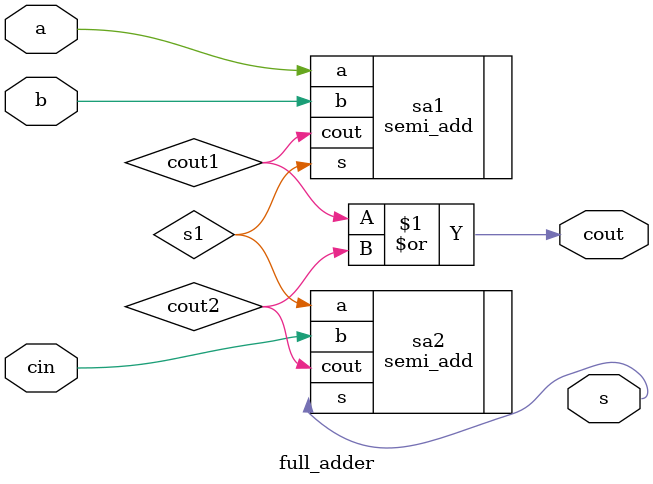
<source format=v>
`include "semi_add.v"

module full_adder(
    input  a, b, cin,
    output s, cout
);

wire cout1, s1, cout2; 

semi_add  sa1(
    .a(a),
    .b(b),
    .cout(cout1),
    .s(s1)
);

semi_add sa2(
    .a(s1),
    .b(cin),
    .cout(cout2),
    .s(s)
);

assign cout = cout1 | cout2;

endmodule
</source>
